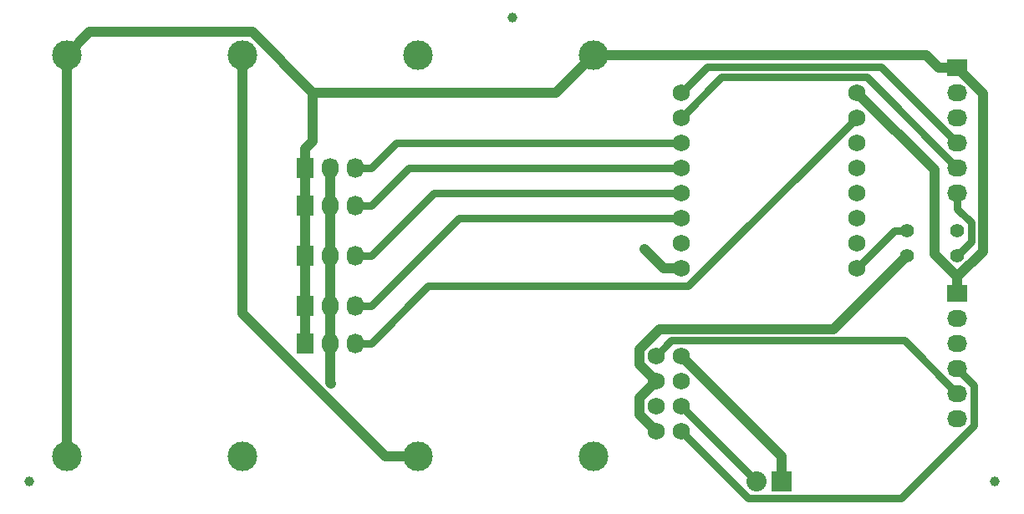
<source format=gbr>
G04 #@! TF.FileFunction,Copper,L2,Bot,Signal*
%FSLAX46Y46*%
G04 Gerber Fmt 4.6, Leading zero omitted, Abs format (unit mm)*
G04 Created by KiCad (PCBNEW 0.201411211846+5297~19~ubuntu14.04.1-product) date Sat 06 Dec 2014 11:06:07 PM PST*
%MOMM*%
G01*
G04 APERTURE LIST*
%ADD10C,0.100000*%
%ADD11C,1.397000*%
%ADD12R,2.032000X1.727200*%
%ADD13O,2.032000X1.727200*%
%ADD14R,1.727200X2.032000*%
%ADD15O,1.727200X2.032000*%
%ADD16R,2.032000X2.032000*%
%ADD17O,2.032000X2.032000*%
%ADD18C,1.750000*%
%ADD19C,3.000000*%
%ADD20C,1.000000*%
%ADD21C,0.750000*%
%ADD22C,1.000000*%
G04 APERTURE END LIST*
D10*
D11*
X96520000Y25400000D03*
X96520000Y27940000D03*
D12*
X96520000Y44450000D03*
D13*
X96520000Y41910000D03*
X96520000Y39370000D03*
X96520000Y36830000D03*
X96520000Y34290000D03*
X96520000Y31750000D03*
D12*
X96520000Y21590000D03*
D13*
X96520000Y19050000D03*
X96520000Y16510000D03*
X96520000Y13970000D03*
X96520000Y11430000D03*
X96520000Y8890000D03*
D14*
X30480000Y16510000D03*
D15*
X33020000Y16510000D03*
X35560000Y16510000D03*
D14*
X30480000Y20320000D03*
D15*
X33020000Y20320000D03*
X35560000Y20320000D03*
D14*
X30480000Y25400000D03*
D15*
X33020000Y25400000D03*
X35560000Y25400000D03*
D14*
X30480000Y30480000D03*
D15*
X33020000Y30480000D03*
X35560000Y30480000D03*
D14*
X30480000Y34290000D03*
D15*
X33020000Y34290000D03*
X35560000Y34290000D03*
D16*
X78740000Y2540000D03*
D17*
X76200000Y2540000D03*
D11*
X91440000Y25400000D03*
X91440000Y27940000D03*
D18*
X86360000Y24130000D03*
X86360000Y26670000D03*
X86360000Y29210000D03*
X86360000Y31750000D03*
X86360000Y34290000D03*
X86360000Y36830000D03*
X86360000Y39370000D03*
X86360000Y41910000D03*
X68580000Y41910000D03*
X68580000Y39370000D03*
X68580000Y36830000D03*
X68580000Y34290000D03*
X68580000Y31750000D03*
X68580000Y29210000D03*
X68580000Y26670000D03*
X68580000Y24130000D03*
X66040000Y15240000D03*
X66040000Y12700000D03*
X66040000Y10160000D03*
X66040000Y7620000D03*
X68580000Y15240000D03*
X68580000Y12700000D03*
X68580000Y10160000D03*
X68580000Y7620000D03*
D19*
X24130000Y45720000D03*
X6350000Y45720000D03*
X24130000Y5080000D03*
X6350000Y5080000D03*
X41910000Y5080000D03*
X59690000Y5080000D03*
X41910000Y45720000D03*
X59690000Y45720000D03*
D20*
X2540000Y2540000D03*
X100330000Y2540000D03*
X51435000Y49530000D03*
X33115600Y12384700D03*
X64872700Y26035500D03*
D21*
X97910600Y26790600D02*
X96520000Y25400000D01*
X97910600Y28745800D02*
X97910600Y26790600D01*
X96520000Y30136400D02*
X97910600Y28745800D01*
X96520000Y31750000D02*
X96520000Y30136400D01*
X90170000Y27940000D02*
X91440000Y27940000D01*
X86360000Y24130000D02*
X90170000Y27940000D01*
D22*
X96520000Y21590000D02*
X96520000Y23328600D01*
X30480000Y34290000D02*
X30480000Y30480000D01*
X30480000Y30480000D02*
X30480000Y25400000D01*
X30480000Y25400000D02*
X30480000Y20320000D01*
X30480000Y20320000D02*
X30480000Y16510000D01*
X96411300Y23328600D02*
X96520000Y23328600D01*
X94208900Y25531000D02*
X96411300Y23328600D01*
X94208900Y34061100D02*
X94208900Y25531000D01*
X86360000Y41910000D02*
X94208900Y34061100D01*
X96628700Y23328600D02*
X96520000Y23328600D01*
X99133500Y25833400D02*
X96628700Y23328600D01*
X99133500Y41836500D02*
X99133500Y25833400D01*
X96520000Y44450000D02*
X99133500Y41836500D01*
X78740000Y5080000D02*
X68580000Y15240000D01*
X78740000Y2540000D02*
X78740000Y5080000D01*
X31267200Y36968200D02*
X30480000Y36181000D01*
X31267200Y41899600D02*
X31267200Y36968200D01*
X30480000Y34290000D02*
X30480000Y36181000D01*
X6350000Y5080000D02*
X6350000Y45720000D01*
X25135600Y48031200D02*
X31267200Y41899600D01*
X8661200Y48031200D02*
X25135600Y48031200D01*
X6350000Y45720000D02*
X8661200Y48031200D01*
X55869600Y41899600D02*
X59690000Y45720000D01*
X31267200Y41899600D02*
X55869600Y41899600D01*
X93359000Y45720000D02*
X94629000Y44450000D01*
X59690000Y45720000D02*
X93359000Y45720000D01*
X96520000Y44450000D02*
X94629000Y44450000D01*
D21*
X88822700Y44527300D02*
X96520000Y36830000D01*
X71197300Y44527300D02*
X88822700Y44527300D01*
X68580000Y41910000D02*
X71197300Y44527300D01*
X87349100Y43460900D02*
X96520000Y34290000D01*
X72670900Y43460900D02*
X87349100Y43460900D01*
X68580000Y39370000D02*
X72670900Y43460900D01*
X75368500Y831500D02*
X68580000Y7620000D01*
X90841800Y831500D02*
X75368500Y831500D01*
X98240500Y8230200D02*
X90841800Y831500D01*
X98240500Y12249500D02*
X98240500Y8230200D01*
X96520000Y13970000D02*
X98240500Y12249500D01*
X91158300Y16791700D02*
X96520000Y11430000D01*
X67591700Y16791700D02*
X91158300Y16791700D01*
X66040000Y15240000D02*
X67591700Y16791700D01*
D22*
X33020000Y34290000D02*
X33020000Y30480000D01*
X33020000Y30480000D02*
X33020000Y25400000D01*
X33020000Y25400000D02*
X33020000Y20320000D01*
X33020000Y20320000D02*
X33020000Y16510000D01*
X33020000Y12480300D02*
X33115600Y12384700D01*
X33020000Y16510000D02*
X33020000Y12480300D01*
D21*
X42951900Y22288300D02*
X37173600Y16510000D01*
X69278300Y22288300D02*
X42951900Y22288300D01*
X86360000Y39370000D02*
X69278300Y22288300D01*
X35560000Y16510000D02*
X37173600Y16510000D01*
X35560000Y20320000D02*
X37173600Y20320000D01*
X46063600Y29210000D02*
X68580000Y29210000D01*
X37173600Y20320000D02*
X46063600Y29210000D01*
X43523600Y31750000D02*
X37173600Y25400000D01*
X68580000Y31750000D02*
X43523600Y31750000D01*
X35560000Y25400000D02*
X37173600Y25400000D01*
X40983600Y34290000D02*
X37173600Y30480000D01*
X68580000Y34290000D02*
X40983600Y34290000D01*
X35560000Y30480000D02*
X37173600Y30480000D01*
X39713600Y36830000D02*
X37173600Y34290000D01*
X68580000Y36830000D02*
X39713600Y36830000D01*
X35560000Y34290000D02*
X37173600Y34290000D01*
X68580000Y10160000D02*
X76200000Y2540000D01*
D22*
X66778200Y24130000D02*
X64872700Y26035500D01*
X68580000Y24130000D02*
X66778200Y24130000D01*
X64362400Y9297600D02*
X66040000Y7620000D01*
X64362400Y11022400D02*
X64362400Y9297600D01*
X66040000Y12700000D02*
X64362400Y11022400D01*
X84008400Y17968400D02*
X91440000Y25400000D01*
X66399100Y17968400D02*
X84008400Y17968400D01*
X64357400Y15926700D02*
X66399100Y17968400D01*
X64357400Y14382600D02*
X64357400Y15926700D01*
X66040000Y12700000D02*
X64357400Y14382600D01*
X24130000Y19531400D02*
X24130000Y45720000D01*
X38581400Y5080000D02*
X24130000Y19531400D01*
X41910000Y5080000D02*
X38581400Y5080000D01*
M02*

</source>
